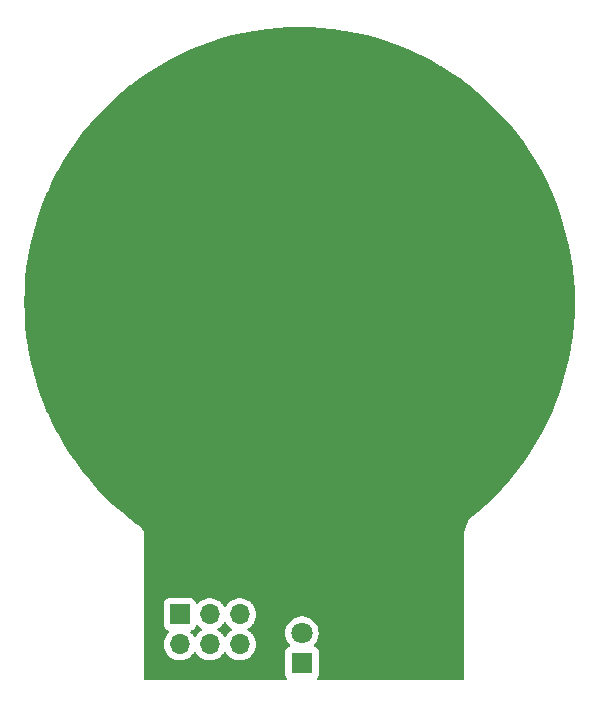
<source format=gbr>
G04 #@! TF.GenerationSoftware,KiCad,Pcbnew,(6.99.0-2452-gdb4f2d9dd8)*
G04 #@! TF.CreationDate,2022-08-02T13:39:31-05:00*
G04 #@! TF.ProjectId,RB,52422e6b-6963-4616-945f-706362585858,rev?*
G04 #@! TF.SameCoordinates,Original*
G04 #@! TF.FileFunction,Copper,L1,Top*
G04 #@! TF.FilePolarity,Positive*
%FSLAX46Y46*%
G04 Gerber Fmt 4.6, Leading zero omitted, Abs format (unit mm)*
G04 Created by KiCad (PCBNEW (6.99.0-2452-gdb4f2d9dd8)) date 2022-08-02 13:39:31*
%MOMM*%
%LPD*%
G01*
G04 APERTURE LIST*
G04 #@! TA.AperFunction,ComponentPad*
%ADD10R,1.800000X1.800000*%
G04 #@! TD*
G04 #@! TA.AperFunction,ComponentPad*
%ADD11C,1.800000*%
G04 #@! TD*
G04 #@! TA.AperFunction,ComponentPad*
%ADD12R,1.700000X1.700000*%
G04 #@! TD*
G04 #@! TA.AperFunction,ComponentPad*
%ADD13O,1.700000X1.700000*%
G04 #@! TD*
G04 APERTURE END LIST*
D10*
X207199999Y-110239999D03*
D11*
X207200000Y-107700000D03*
D12*
X196859999Y-106129999D03*
D13*
X196859999Y-108669999D03*
X199399999Y-106129999D03*
X199399999Y-108669999D03*
X201939999Y-106129999D03*
X201939999Y-108669999D03*
G04 #@! TA.AperFunction,NonConductor*
G36*
X198383439Y-107041388D02*
G01*
X198415755Y-107066638D01*
X198436526Y-107089201D01*
X198476760Y-107132906D01*
X198654424Y-107271189D01*
X198659005Y-107273668D01*
X198687680Y-107289186D01*
X198738071Y-107339199D01*
X198753423Y-107408516D01*
X198728863Y-107475129D01*
X198687681Y-107510813D01*
X198654424Y-107528811D01*
X198650313Y-107532010D01*
X198650311Y-107532012D01*
X198495861Y-107652227D01*
X198476760Y-107667094D01*
X198446468Y-107700000D01*
X198327806Y-107828899D01*
X198327803Y-107828903D01*
X198324278Y-107832732D01*
X198321427Y-107837096D01*
X198235483Y-107968643D01*
X198181479Y-108014732D01*
X198111132Y-108024307D01*
X198046774Y-107994330D01*
X198024517Y-107968643D01*
X197938573Y-107837096D01*
X197935722Y-107832732D01*
X197932197Y-107828903D01*
X197932194Y-107828899D01*
X197792525Y-107677180D01*
X197761104Y-107613515D01*
X197769091Y-107542969D01*
X197813949Y-107487940D01*
X197841191Y-107473787D01*
X197956204Y-107430889D01*
X197968536Y-107421658D01*
X198066050Y-107348659D01*
X198073261Y-107343261D01*
X198145961Y-107246146D01*
X198155489Y-107233418D01*
X198155490Y-107233416D01*
X198160889Y-107226204D01*
X198204998Y-107107944D01*
X198247545Y-107051108D01*
X198314065Y-107026297D01*
X198383439Y-107041388D01*
G37*
G04 #@! TD.AperFunction*
G04 #@! TA.AperFunction,NonConductor*
G36*
X200753226Y-106805670D02*
G01*
X200775483Y-106831357D01*
X200864278Y-106967268D01*
X200867803Y-106971097D01*
X200867806Y-106971101D01*
X200923967Y-107032107D01*
X201016760Y-107132906D01*
X201194424Y-107271189D01*
X201199005Y-107273668D01*
X201227680Y-107289186D01*
X201278071Y-107339199D01*
X201293423Y-107408516D01*
X201268863Y-107475129D01*
X201227681Y-107510813D01*
X201194424Y-107528811D01*
X201190313Y-107532010D01*
X201190311Y-107532012D01*
X201035861Y-107652227D01*
X201016760Y-107667094D01*
X200986468Y-107700000D01*
X200867806Y-107828899D01*
X200867803Y-107828903D01*
X200864278Y-107832732D01*
X200861427Y-107837096D01*
X200775483Y-107968643D01*
X200721479Y-108014732D01*
X200651132Y-108024307D01*
X200586774Y-107994330D01*
X200564517Y-107968643D01*
X200478573Y-107837096D01*
X200475722Y-107832732D01*
X200472197Y-107828903D01*
X200472194Y-107828899D01*
X200353532Y-107700000D01*
X200323240Y-107667094D01*
X200304139Y-107652227D01*
X200149689Y-107532012D01*
X200149687Y-107532010D01*
X200145576Y-107528811D01*
X200112320Y-107510814D01*
X200061929Y-107460801D01*
X200046577Y-107391484D01*
X200071137Y-107324871D01*
X200112320Y-107289186D01*
X200140995Y-107273668D01*
X200145576Y-107271189D01*
X200323240Y-107132906D01*
X200416033Y-107032107D01*
X200472194Y-106971101D01*
X200472197Y-106971097D01*
X200475722Y-106967268D01*
X200564517Y-106831357D01*
X200618521Y-106785268D01*
X200688868Y-106775693D01*
X200753226Y-106805670D01*
G37*
G04 #@! TD.AperFunction*
G04 #@! TA.AperFunction,NonConductor*
G36*
X207636119Y-56408672D02*
G01*
X207960523Y-56415378D01*
X207965717Y-56415593D01*
X208922025Y-56474964D01*
X208927177Y-56475390D01*
X209644171Y-56549752D01*
X209880209Y-56574232D01*
X209885377Y-56574876D01*
X210294646Y-56634505D01*
X210833522Y-56713016D01*
X210838644Y-56713872D01*
X211780227Y-56891069D01*
X211785303Y-56892133D01*
X212718801Y-57108100D01*
X212723837Y-57109375D01*
X213647608Y-57363733D01*
X213652561Y-57365207D01*
X214108803Y-57511367D01*
X214565025Y-57657520D01*
X214569951Y-57659211D01*
X215469546Y-57988979D01*
X215474398Y-57990872D01*
X215903635Y-58168667D01*
X216359607Y-58357537D01*
X216364336Y-58359611D01*
X217233681Y-58762567D01*
X217238325Y-58764838D01*
X218090189Y-59203329D01*
X218094770Y-59205807D01*
X218927813Y-59679142D01*
X218932281Y-59681804D01*
X219745072Y-60189172D01*
X219749429Y-60192019D01*
X220540556Y-60732542D01*
X220544766Y-60735548D01*
X221073462Y-61129777D01*
X221312866Y-61308291D01*
X221316976Y-61311490D01*
X222060780Y-61915509D01*
X222064705Y-61918833D01*
X222782925Y-62553086D01*
X222786729Y-62556588D01*
X223478090Y-63219947D01*
X223481773Y-63223630D01*
X224145134Y-63914993D01*
X224148661Y-63918825D01*
X224782856Y-64636979D01*
X224786222Y-64640953D01*
X225390221Y-65384732D01*
X225393420Y-65388842D01*
X225966151Y-66156924D01*
X225969177Y-66161162D01*
X226509687Y-66952271D01*
X226512536Y-66956631D01*
X227019901Y-67769416D01*
X227022564Y-67773884D01*
X227495913Y-68606950D01*
X227498391Y-68611531D01*
X227936874Y-69463377D01*
X227939153Y-69468038D01*
X228342109Y-70337384D01*
X228344183Y-70342113D01*
X228533053Y-70798085D01*
X228710848Y-71227322D01*
X228712741Y-71232174D01*
X229042509Y-72131769D01*
X229044200Y-72136695D01*
X229336509Y-73049146D01*
X229337989Y-73054118D01*
X229592344Y-73977881D01*
X229593623Y-73982930D01*
X229809585Y-74916406D01*
X229810653Y-74921503D01*
X229987847Y-75863069D01*
X229988705Y-75868206D01*
X230126842Y-76816319D01*
X230127486Y-76821487D01*
X230151792Y-77055847D01*
X230226328Y-77774523D01*
X230226328Y-77774525D01*
X230226756Y-77779697D01*
X230226758Y-77779714D01*
X230226758Y-77779716D01*
X230286127Y-78735998D01*
X230286342Y-78741201D01*
X230306144Y-79699116D01*
X230306144Y-79704324D01*
X230286342Y-80662239D01*
X230286127Y-80667442D01*
X230226758Y-81623722D01*
X230226328Y-81628913D01*
X230127486Y-82581953D01*
X230126842Y-82587121D01*
X229988705Y-83535234D01*
X229987847Y-83540371D01*
X229810653Y-84481937D01*
X229809585Y-84487034D01*
X229593623Y-85420510D01*
X229592346Y-85425552D01*
X229592343Y-85425564D01*
X229337995Y-86349303D01*
X229336509Y-86354294D01*
X229044200Y-87266745D01*
X229042509Y-87271671D01*
X228712741Y-88171266D01*
X228710848Y-88176118D01*
X228344183Y-89061327D01*
X228342109Y-89066056D01*
X227939162Y-89935384D01*
X227939162Y-89935385D01*
X227936874Y-89940063D01*
X227498391Y-90791909D01*
X227495914Y-90796488D01*
X227022577Y-91629533D01*
X227022567Y-91629550D01*
X227019901Y-91634024D01*
X226512536Y-92446809D01*
X226509687Y-92451169D01*
X225969177Y-93242278D01*
X225966151Y-93246516D01*
X225393420Y-94014598D01*
X225390221Y-94018708D01*
X224786222Y-94762487D01*
X224782856Y-94766461D01*
X224148661Y-95484615D01*
X224145134Y-95488447D01*
X223481773Y-96179810D01*
X223478090Y-96183493D01*
X222786729Y-96846852D01*
X222782925Y-96850354D01*
X222064705Y-97484607D01*
X222060780Y-97487931D01*
X221718258Y-97766082D01*
X221322468Y-98087490D01*
X221322467Y-98087491D01*
X221315085Y-98093486D01*
X221315046Y-98093487D01*
X221314928Y-98093613D01*
X221314878Y-98093654D01*
X221314861Y-98093685D01*
X221314837Y-98093711D01*
X221314815Y-98093770D01*
X221314731Y-98093924D01*
X221314743Y-98093963D01*
X220899534Y-99199819D01*
X220899500Y-99199901D01*
X220899500Y-99199909D01*
X220899497Y-99199917D01*
X220899500Y-99200009D01*
X220899500Y-111573500D01*
X220879498Y-111641621D01*
X220825842Y-111688114D01*
X220773500Y-111699500D01*
X208568074Y-111699500D01*
X208499953Y-111679498D01*
X208453460Y-111625842D01*
X208443356Y-111555568D01*
X208467206Y-111497991D01*
X208545489Y-111393417D01*
X208550889Y-111386204D01*
X208601989Y-111249201D01*
X208608500Y-111188638D01*
X208608500Y-109291362D01*
X208601989Y-109230799D01*
X208550889Y-109093796D01*
X208463261Y-108976739D01*
X208346204Y-108889111D01*
X208337762Y-108885962D01*
X208337758Y-108885960D01*
X208278826Y-108863979D01*
X208221991Y-108821433D01*
X208197180Y-108754912D01*
X208212272Y-108685538D01*
X208230156Y-108660589D01*
X208271651Y-108615513D01*
X208311786Y-108571916D01*
X208311789Y-108571912D01*
X208315314Y-108568083D01*
X208346824Y-108519853D01*
X208440132Y-108377035D01*
X208440134Y-108377031D01*
X208442984Y-108372669D01*
X208508808Y-108222606D01*
X208534656Y-108163679D01*
X208534657Y-108163677D01*
X208536749Y-108158907D01*
X208570835Y-108024307D01*
X208592770Y-107937685D01*
X208592770Y-107937684D01*
X208594051Y-107932626D01*
X208602329Y-107832732D01*
X208612897Y-107705189D01*
X208613327Y-107700000D01*
X208599142Y-107528811D01*
X208594482Y-107472570D01*
X208594481Y-107472565D01*
X208594051Y-107467374D01*
X208592770Y-107462315D01*
X208538029Y-107246146D01*
X208538027Y-107246141D01*
X208536749Y-107241093D01*
X208533383Y-107233418D01*
X208445079Y-107032107D01*
X208442984Y-107027331D01*
X208315314Y-106831917D01*
X208311789Y-106828088D01*
X208311786Y-106828084D01*
X208160752Y-106664019D01*
X208157220Y-106660182D01*
X208153108Y-106656981D01*
X208153102Y-106656976D01*
X207977130Y-106520011D01*
X207977128Y-106520009D01*
X207973017Y-106516810D01*
X207767727Y-106405713D01*
X207546951Y-106329920D01*
X207541817Y-106329063D01*
X207541812Y-106329062D01*
X207321849Y-106292357D01*
X207321846Y-106292357D01*
X207316712Y-106291500D01*
X207083288Y-106291500D01*
X207078154Y-106292357D01*
X207078151Y-106292357D01*
X206858188Y-106329062D01*
X206858183Y-106329063D01*
X206853049Y-106329920D01*
X206632273Y-106405713D01*
X206426983Y-106516810D01*
X206422872Y-106520009D01*
X206422870Y-106520011D01*
X206246898Y-106656976D01*
X206246892Y-106656981D01*
X206242780Y-106660182D01*
X206239248Y-106664019D01*
X206088214Y-106828084D01*
X206088211Y-106828088D01*
X206084686Y-106831917D01*
X205957016Y-107027331D01*
X205954921Y-107032107D01*
X205866618Y-107233418D01*
X205863251Y-107241093D01*
X205861973Y-107246141D01*
X205861971Y-107246146D01*
X205807230Y-107462315D01*
X205805949Y-107467374D01*
X205805519Y-107472565D01*
X205805518Y-107472570D01*
X205800858Y-107528811D01*
X205786673Y-107700000D01*
X205787103Y-107705189D01*
X205797672Y-107832732D01*
X205805949Y-107932626D01*
X205807230Y-107937684D01*
X205807230Y-107937685D01*
X205829166Y-108024307D01*
X205863251Y-108158907D01*
X205865343Y-108163677D01*
X205865344Y-108163679D01*
X205891192Y-108222606D01*
X205957016Y-108372669D01*
X205959866Y-108377031D01*
X205959868Y-108377035D01*
X206053176Y-108519853D01*
X206084686Y-108568083D01*
X206088211Y-108571912D01*
X206088214Y-108571916D01*
X206128349Y-108615513D01*
X206169843Y-108660587D01*
X206201263Y-108724251D01*
X206193276Y-108794797D01*
X206148418Y-108849826D01*
X206121174Y-108863979D01*
X206062242Y-108885960D01*
X206062238Y-108885962D01*
X206053796Y-108889111D01*
X205936739Y-108976739D01*
X205849111Y-109093796D01*
X205798011Y-109230799D01*
X205791500Y-109291362D01*
X205791500Y-111188638D01*
X205798011Y-111249201D01*
X205849111Y-111386204D01*
X205854511Y-111393417D01*
X205932794Y-111497991D01*
X205957605Y-111564511D01*
X205942514Y-111633885D01*
X205892312Y-111684087D01*
X205831926Y-111699500D01*
X193926500Y-111699500D01*
X193858379Y-111679498D01*
X193811886Y-111625842D01*
X193800500Y-111573500D01*
X193800500Y-108670000D01*
X195496844Y-108670000D01*
X195497274Y-108675189D01*
X195512918Y-108863979D01*
X195515436Y-108894368D01*
X195570704Y-109112616D01*
X195572800Y-109117394D01*
X195649109Y-109291362D01*
X195661140Y-109318791D01*
X195663990Y-109323153D01*
X195663992Y-109323157D01*
X195678701Y-109345670D01*
X195784278Y-109507268D01*
X195787803Y-109511097D01*
X195787806Y-109511101D01*
X195889360Y-109621417D01*
X195936760Y-109672906D01*
X196114424Y-109811189D01*
X196312426Y-109918342D01*
X196525365Y-109991444D01*
X196530499Y-109992301D01*
X196530504Y-109992302D01*
X196742294Y-110027643D01*
X196742296Y-110027643D01*
X196747431Y-110028500D01*
X196972569Y-110028500D01*
X196977704Y-110027643D01*
X196977706Y-110027643D01*
X197189496Y-109992302D01*
X197189501Y-109992301D01*
X197194635Y-109991444D01*
X197407574Y-109918342D01*
X197605576Y-109811189D01*
X197783240Y-109672906D01*
X197830640Y-109621417D01*
X197932194Y-109511101D01*
X197932197Y-109511097D01*
X197935722Y-109507268D01*
X198024517Y-109371357D01*
X198078521Y-109325268D01*
X198148868Y-109315693D01*
X198213226Y-109345670D01*
X198235483Y-109371357D01*
X198324278Y-109507268D01*
X198327803Y-109511097D01*
X198327806Y-109511101D01*
X198429360Y-109621417D01*
X198476760Y-109672906D01*
X198654424Y-109811189D01*
X198852426Y-109918342D01*
X199065365Y-109991444D01*
X199070499Y-109992301D01*
X199070504Y-109992302D01*
X199282294Y-110027643D01*
X199282296Y-110027643D01*
X199287431Y-110028500D01*
X199512569Y-110028500D01*
X199517704Y-110027643D01*
X199517706Y-110027643D01*
X199729496Y-109992302D01*
X199729501Y-109992301D01*
X199734635Y-109991444D01*
X199947574Y-109918342D01*
X200145576Y-109811189D01*
X200323240Y-109672906D01*
X200370640Y-109621417D01*
X200472194Y-109511101D01*
X200472197Y-109511097D01*
X200475722Y-109507268D01*
X200564517Y-109371357D01*
X200618521Y-109325268D01*
X200688868Y-109315693D01*
X200753226Y-109345670D01*
X200775483Y-109371357D01*
X200864278Y-109507268D01*
X200867803Y-109511097D01*
X200867806Y-109511101D01*
X200969360Y-109621417D01*
X201016760Y-109672906D01*
X201194424Y-109811189D01*
X201392426Y-109918342D01*
X201605365Y-109991444D01*
X201610499Y-109992301D01*
X201610504Y-109992302D01*
X201822294Y-110027643D01*
X201822296Y-110027643D01*
X201827431Y-110028500D01*
X202052569Y-110028500D01*
X202057704Y-110027643D01*
X202057706Y-110027643D01*
X202269496Y-109992302D01*
X202269501Y-109992301D01*
X202274635Y-109991444D01*
X202487574Y-109918342D01*
X202685576Y-109811189D01*
X202863240Y-109672906D01*
X202910640Y-109621417D01*
X203012194Y-109511101D01*
X203012197Y-109511097D01*
X203015722Y-109507268D01*
X203121299Y-109345670D01*
X203136008Y-109323157D01*
X203136010Y-109323153D01*
X203138860Y-109318791D01*
X203150892Y-109291362D01*
X203227200Y-109117394D01*
X203229296Y-109112616D01*
X203284564Y-108894368D01*
X203287083Y-108863979D01*
X203302726Y-108675189D01*
X203303156Y-108670000D01*
X203301976Y-108655763D01*
X203284995Y-108450828D01*
X203284994Y-108450823D01*
X203284564Y-108445632D01*
X203229296Y-108227384D01*
X203138860Y-108021209D01*
X203134629Y-108014732D01*
X203018573Y-107837096D01*
X203015722Y-107832732D01*
X203012197Y-107828903D01*
X203012194Y-107828899D01*
X202893532Y-107700000D01*
X202863240Y-107667094D01*
X202844139Y-107652227D01*
X202689689Y-107532012D01*
X202689687Y-107532010D01*
X202685576Y-107528811D01*
X202652320Y-107510814D01*
X202601929Y-107460801D01*
X202586577Y-107391484D01*
X202611137Y-107324871D01*
X202652320Y-107289186D01*
X202680995Y-107273668D01*
X202685576Y-107271189D01*
X202863240Y-107132906D01*
X202956033Y-107032107D01*
X203012194Y-106971101D01*
X203012197Y-106971097D01*
X203015722Y-106967268D01*
X203104517Y-106831357D01*
X203136008Y-106783157D01*
X203136010Y-106783153D01*
X203138860Y-106778791D01*
X203229296Y-106572616D01*
X203242618Y-106520011D01*
X203283283Y-106359427D01*
X203283283Y-106359426D01*
X203284564Y-106354368D01*
X203289703Y-106292357D01*
X203302726Y-106135189D01*
X203303156Y-106130000D01*
X203284564Y-105905632D01*
X203229296Y-105687384D01*
X203138860Y-105481209D01*
X203134629Y-105474732D01*
X203018573Y-105297096D01*
X203015722Y-105292732D01*
X203012197Y-105288903D01*
X203012194Y-105288899D01*
X202866772Y-105130931D01*
X202863240Y-105127094D01*
X202685576Y-104988811D01*
X202487574Y-104881658D01*
X202274635Y-104808556D01*
X202269501Y-104807699D01*
X202269496Y-104807698D01*
X202057706Y-104772357D01*
X202057704Y-104772357D01*
X202052569Y-104771500D01*
X201827431Y-104771500D01*
X201822296Y-104772357D01*
X201822294Y-104772357D01*
X201610504Y-104807698D01*
X201610499Y-104807699D01*
X201605365Y-104808556D01*
X201392426Y-104881658D01*
X201194424Y-104988811D01*
X201016760Y-105127094D01*
X201013228Y-105130931D01*
X200867806Y-105288899D01*
X200867803Y-105288903D01*
X200864278Y-105292732D01*
X200861427Y-105297096D01*
X200775483Y-105428643D01*
X200721479Y-105474732D01*
X200651132Y-105484307D01*
X200586774Y-105454330D01*
X200564517Y-105428643D01*
X200478573Y-105297096D01*
X200475722Y-105292732D01*
X200472197Y-105288903D01*
X200472194Y-105288899D01*
X200326772Y-105130931D01*
X200323240Y-105127094D01*
X200145576Y-104988811D01*
X199947574Y-104881658D01*
X199734635Y-104808556D01*
X199729501Y-104807699D01*
X199729496Y-104807698D01*
X199517706Y-104772357D01*
X199517704Y-104772357D01*
X199512569Y-104771500D01*
X199287431Y-104771500D01*
X199282296Y-104772357D01*
X199282294Y-104772357D01*
X199070504Y-104807698D01*
X199070499Y-104807699D01*
X199065365Y-104808556D01*
X198852426Y-104881658D01*
X198654424Y-104988811D01*
X198476760Y-105127094D01*
X198473228Y-105130931D01*
X198415755Y-105193362D01*
X198354901Y-105229933D01*
X198283937Y-105227798D01*
X198225392Y-105187636D01*
X198204998Y-105152056D01*
X198164038Y-105042239D01*
X198164037Y-105042237D01*
X198160889Y-105033796D01*
X198073261Y-104916739D01*
X197956204Y-104829111D01*
X197819201Y-104778011D01*
X197782295Y-104774043D01*
X197761988Y-104771860D01*
X197761985Y-104771860D01*
X197758638Y-104771500D01*
X195961362Y-104771500D01*
X195958015Y-104771860D01*
X195958012Y-104771860D01*
X195937705Y-104774043D01*
X195900799Y-104778011D01*
X195763796Y-104829111D01*
X195646739Y-104916739D01*
X195559111Y-105033796D01*
X195508011Y-105170799D01*
X195501500Y-105231362D01*
X195501500Y-107028638D01*
X195508011Y-107089201D01*
X195559111Y-107226204D01*
X195564510Y-107233416D01*
X195564511Y-107233418D01*
X195574039Y-107246146D01*
X195646739Y-107343261D01*
X195653950Y-107348659D01*
X195751465Y-107421658D01*
X195763796Y-107430889D01*
X195878808Y-107473787D01*
X195935642Y-107516333D01*
X195960453Y-107582853D01*
X195945361Y-107652227D01*
X195927475Y-107677180D01*
X195787806Y-107828899D01*
X195787803Y-107828903D01*
X195784278Y-107832732D01*
X195781427Y-107837096D01*
X195665372Y-108014732D01*
X195661140Y-108021209D01*
X195570704Y-108227384D01*
X195515436Y-108445632D01*
X195515006Y-108450823D01*
X195515005Y-108450828D01*
X195498024Y-108655763D01*
X195496844Y-108670000D01*
X193800500Y-108670000D01*
X193800500Y-99200157D01*
X193800530Y-99200114D01*
X193800500Y-99199952D01*
X193800500Y-99199901D01*
X193800483Y-99199859D01*
X193800474Y-99199812D01*
X193800445Y-99199767D01*
X193800383Y-99199617D01*
X193800335Y-99199597D01*
X193793957Y-99189738D01*
X193793956Y-99189736D01*
X193466104Y-98682970D01*
X193466103Y-98682969D01*
X193457434Y-98669569D01*
X193457396Y-98669505D01*
X193457390Y-98669501D01*
X193457384Y-98669491D01*
X193457285Y-98669423D01*
X193174150Y-98458300D01*
X192687122Y-98095140D01*
X192683012Y-98091941D01*
X192460413Y-97911176D01*
X191939221Y-97487931D01*
X191935259Y-97484576D01*
X191217105Y-96850381D01*
X191213273Y-96846854D01*
X190521910Y-96183493D01*
X190518227Y-96179810D01*
X189854868Y-95488449D01*
X189851366Y-95484645D01*
X189217113Y-94766425D01*
X189213778Y-94762487D01*
X188609770Y-94018696D01*
X188606571Y-94014586D01*
X188033838Y-93246500D01*
X188030812Y-93242262D01*
X187490301Y-92451152D01*
X187487452Y-92446792D01*
X186980088Y-91634007D01*
X186977422Y-91629533D01*
X186504087Y-90796490D01*
X186501609Y-90791909D01*
X186063126Y-89940062D01*
X186060847Y-89935401D01*
X185657891Y-89066056D01*
X185655817Y-89061327D01*
X185289152Y-88176118D01*
X185287259Y-88171266D01*
X184957491Y-87271671D01*
X184955800Y-87266745D01*
X184663493Y-86354300D01*
X184663492Y-86354294D01*
X184663487Y-86354281D01*
X184662007Y-86349309D01*
X184662006Y-86349303D01*
X184407655Y-85425557D01*
X184406378Y-85420515D01*
X184190415Y-84487034D01*
X184189347Y-84481937D01*
X184012153Y-83540371D01*
X184011295Y-83535234D01*
X183873156Y-82587097D01*
X183872512Y-82581929D01*
X183773672Y-81628913D01*
X183773242Y-81623722D01*
X183713873Y-80667442D01*
X183713658Y-80662239D01*
X183693856Y-79704324D01*
X183693856Y-79699116D01*
X183713658Y-78741201D01*
X183713873Y-78735998D01*
X183773242Y-77779714D01*
X183773672Y-77774523D01*
X183872512Y-76821511D01*
X183873156Y-76816343D01*
X184011295Y-75868206D01*
X184012153Y-75863069D01*
X184189347Y-74921503D01*
X184190415Y-74916406D01*
X184406378Y-73982925D01*
X184407657Y-73977876D01*
X184662013Y-73054112D01*
X184663487Y-73049159D01*
X184955800Y-72136695D01*
X184957491Y-72131769D01*
X185287259Y-71232174D01*
X185289152Y-71227322D01*
X185466947Y-70798085D01*
X185655817Y-70342113D01*
X185657891Y-70337384D01*
X186060847Y-69468039D01*
X186063126Y-69463378D01*
X186501609Y-68611531D01*
X186504087Y-68606950D01*
X186977422Y-67773907D01*
X186980088Y-67769433D01*
X187487452Y-66956648D01*
X187490301Y-66952288D01*
X188030812Y-66161178D01*
X188033838Y-66156940D01*
X188606571Y-65388854D01*
X188609770Y-65384744D01*
X189213778Y-64640953D01*
X189217113Y-64637015D01*
X189851366Y-63918795D01*
X189854868Y-63914991D01*
X190518227Y-63223630D01*
X190521910Y-63219947D01*
X191213273Y-62556586D01*
X191217105Y-62553059D01*
X191935259Y-61918864D01*
X191939221Y-61915509D01*
X192683012Y-61311499D01*
X192687122Y-61308300D01*
X192927734Y-61128885D01*
X193455219Y-60735558D01*
X193459428Y-60732553D01*
X194250569Y-60192021D01*
X194254911Y-60189184D01*
X195067696Y-59681819D01*
X195072170Y-59679153D01*
X195072190Y-59679142D01*
X195905232Y-59205806D01*
X195909811Y-59203329D01*
X196761674Y-58764838D01*
X196766318Y-58762567D01*
X197635664Y-58359611D01*
X197640393Y-58357537D01*
X198096365Y-58168667D01*
X198525602Y-57990872D01*
X198530454Y-57988979D01*
X199430049Y-57659211D01*
X199434975Y-57657520D01*
X199891201Y-57511365D01*
X200347446Y-57365205D01*
X200352398Y-57363731D01*
X201276168Y-57109374D01*
X201281206Y-57108098D01*
X202214697Y-56892133D01*
X202219773Y-56891069D01*
X203161356Y-56713872D01*
X203166478Y-56713016D01*
X203707224Y-56634231D01*
X204114599Y-56574878D01*
X204119767Y-56574234D01*
X204354127Y-56549928D01*
X205072824Y-56475390D01*
X205077977Y-56474964D01*
X206034283Y-56415593D01*
X206039477Y-56415378D01*
X206363881Y-56408672D01*
X206997396Y-56395576D01*
X207002604Y-56395576D01*
X207636119Y-56408672D01*
G37*
G04 #@! TD.AperFunction*
M02*

</source>
